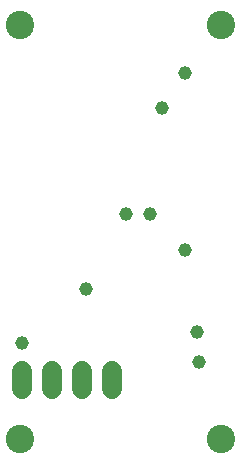
<source format=gbs>
G75*
G70*
%OFA0B0*%
%FSLAX24Y24*%
%IPPOS*%
%LPD*%
%AMOC8*
5,1,8,0,0,1.08239X$1,22.5*
%
%ADD10C,0.0946*%
%ADD11C,0.0680*%
%ADD12C,0.0456*%
D10*
X009184Y001289D03*
X015877Y001289D03*
X015877Y015069D03*
X009184Y015069D03*
D11*
X009258Y003558D02*
X009258Y002958D01*
X010258Y002958D02*
X010258Y003558D01*
X011258Y003558D02*
X011258Y002958D01*
X012258Y002958D02*
X012258Y003558D01*
D12*
X015089Y004833D03*
X015168Y003849D03*
X011388Y006289D03*
X009262Y004478D03*
X012727Y008770D03*
X013514Y008770D03*
X014695Y007589D03*
X013908Y012313D03*
X014695Y013494D03*
M02*

</source>
